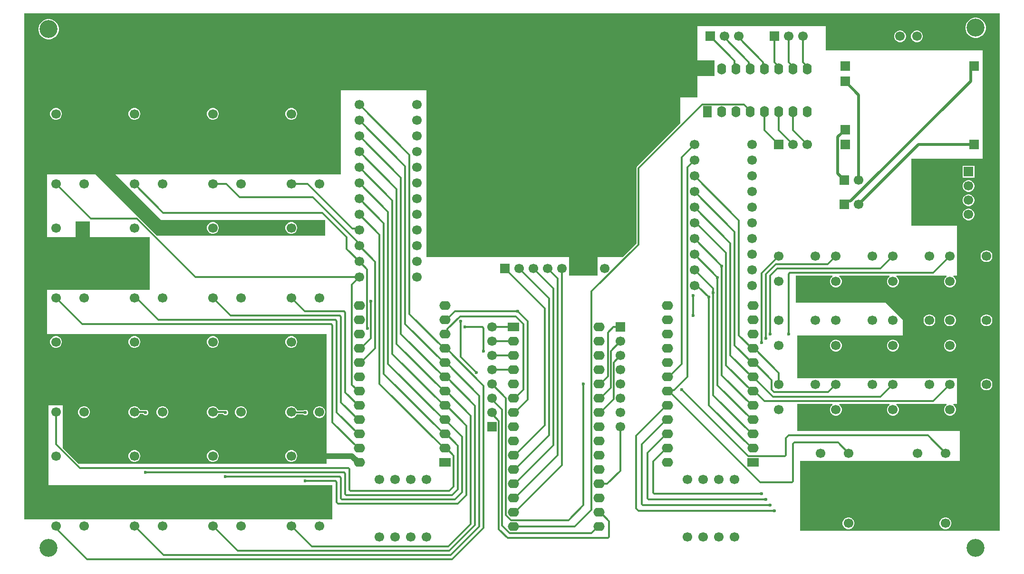
<source format=gbr>
%TF.GenerationSoftware,Altium Limited,Altium Designer,21.4.1 (30)*%
G04 Layer_Physical_Order=1*
G04 Layer_Color=255*
%FSLAX45Y45*%
%MOMM*%
%TF.SameCoordinates,DE4E361F-B2E7-428B-8DBD-4CB4FFEE74F0*%
%TF.FilePolarity,Positive*%
%TF.FileFunction,Copper,L1,Top,Signal*%
%TF.Part,Single*%
G01*
G75*
%TA.AperFunction,Conductor*%
%ADD10C,0.30000*%
%ADD11C,1.00000*%
%ADD12C,0.50000*%
%TA.AperFunction,ComponentPad*%
%ADD13R,1.60000X2.00000*%
%ADD14O,1.60000X2.00000*%
%ADD15R,2.00000X1.60000*%
%ADD16O,2.00000X1.60000*%
%ADD17R,1.70000X1.70000*%
%ADD18C,1.70000*%
%ADD19R,1.70000X1.70000*%
%ADD20C,3.20000*%
%TA.AperFunction,ViaPad*%
%ADD21C,0.60000*%
G36*
X30581601Y13817599D02*
X27025601D01*
Y15062199D01*
X29870401D01*
Y15595599D01*
X26974799D01*
Y16078200D01*
X27597513D01*
X27600916Y16065500D01*
X27595929Y16062621D01*
X27576379Y16043071D01*
X27562555Y16019128D01*
X27555399Y15992422D01*
Y15964777D01*
X27562555Y15938071D01*
X27576379Y15914128D01*
X27595929Y15894579D01*
X27619873Y15880756D01*
X27646576Y15873599D01*
X27674225D01*
X27700928Y15880756D01*
X27724872Y15894579D01*
X27744421Y15914128D01*
X27758243Y15938071D01*
X27765399Y15964777D01*
Y15992422D01*
X27758243Y16019128D01*
X27744421Y16043071D01*
X27724872Y16062621D01*
X27719885Y16065500D01*
X27723288Y16078200D01*
X28613513D01*
X28616916Y16065500D01*
X28611929Y16062621D01*
X28592380Y16043071D01*
X28578555Y16019128D01*
X28571399Y15992422D01*
Y15964777D01*
X28578555Y15938071D01*
X28592380Y15914128D01*
X28611929Y15894579D01*
X28635873Y15880756D01*
X28662576Y15873599D01*
X28690225D01*
X28716928Y15880756D01*
X28740872Y15894579D01*
X28760422Y15914128D01*
X28774243Y15938071D01*
X28781400Y15964777D01*
Y15992422D01*
X28774243Y16019128D01*
X28760422Y16043071D01*
X28740872Y16062621D01*
X28735883Y16065500D01*
X28739288Y16078200D01*
X29629514D01*
X29632916Y16065500D01*
X29627930Y16062621D01*
X29608380Y16043071D01*
X29594556Y16019128D01*
X29587399Y15992422D01*
Y15964777D01*
X29594556Y15938071D01*
X29608380Y15914128D01*
X29627930Y15894579D01*
X29651871Y15880756D01*
X29678577Y15873599D01*
X29706223D01*
X29732928Y15880756D01*
X29756870Y15894579D01*
X29776422Y15914128D01*
X29790244Y15938071D01*
X29797400Y15964777D01*
Y15992422D01*
X29790244Y16019128D01*
X29776422Y16043071D01*
X29756870Y16062621D01*
X29751883Y16065500D01*
X29755286Y16078200D01*
X29819601D01*
Y16535400D01*
X26974799D01*
Y17297400D01*
X28854401D01*
Y17576801D01*
X28549600Y17881599D01*
X26949399D01*
Y18364200D01*
X27597513D01*
X27600916Y18351500D01*
X27595929Y18348621D01*
X27576379Y18329071D01*
X27562555Y18305128D01*
X27555399Y18278423D01*
Y18250777D01*
X27562555Y18224071D01*
X27576379Y18200128D01*
X27595929Y18180579D01*
X27619873Y18166756D01*
X27646576Y18159599D01*
X27674225D01*
X27700928Y18166756D01*
X27724872Y18180579D01*
X27744421Y18200128D01*
X27758243Y18224071D01*
X27765399Y18250777D01*
Y18278423D01*
X27758243Y18305128D01*
X27744421Y18329071D01*
X27724872Y18348621D01*
X27719885Y18351500D01*
X27723288Y18364200D01*
X28613513D01*
X28616916Y18351500D01*
X28611929Y18348621D01*
X28592380Y18329071D01*
X28578555Y18305128D01*
X28571399Y18278423D01*
Y18250777D01*
X28578555Y18224071D01*
X28592380Y18200128D01*
X28611929Y18180579D01*
X28635873Y18166756D01*
X28662576Y18159599D01*
X28690225D01*
X28716928Y18166756D01*
X28740872Y18180579D01*
X28760422Y18200128D01*
X28774243Y18224071D01*
X28781400Y18250777D01*
Y18278423D01*
X28774243Y18305128D01*
X28760422Y18329071D01*
X28740872Y18348621D01*
X28735883Y18351500D01*
X28739288Y18364200D01*
X29629514D01*
X29632916Y18351500D01*
X29627930Y18348621D01*
X29608380Y18329071D01*
X29594556Y18305128D01*
X29587399Y18278423D01*
Y18250777D01*
X29594556Y18224071D01*
X29608380Y18200128D01*
X29627930Y18180579D01*
X29651871Y18166756D01*
X29678577Y18159599D01*
X29706223D01*
X29732928Y18166756D01*
X29756870Y18180579D01*
X29776422Y18200128D01*
X29790244Y18224071D01*
X29797400Y18250777D01*
Y18278423D01*
X29790244Y18305128D01*
X29776422Y18329071D01*
X29756870Y18348621D01*
X29751883Y18351500D01*
X29755286Y18364200D01*
X29819601D01*
Y19253200D01*
X29006799D01*
Y20447000D01*
X30276801D01*
Y22377400D01*
X27482800D01*
Y22809200D01*
X25196800D01*
Y22199600D01*
X25501601D01*
Y21920200D01*
X25196800D01*
Y21539200D01*
X24892000D01*
Y21386800D01*
Y21082565D01*
X24118272Y20308836D01*
X24110538Y20297260D01*
X24107822Y20283604D01*
Y18933981D01*
X23868237Y18694400D01*
X23418800D01*
Y18364200D01*
X22910800D01*
Y18694400D01*
X20370799D01*
Y21666200D01*
X18846800D01*
Y20167599D01*
X14833600D01*
X15646400Y19354800D01*
X18567400D01*
Y19075400D01*
X15570200D01*
X14478000Y20167599D01*
X13614400D01*
Y19050000D01*
X14122400D01*
Y19329401D01*
X14376401D01*
Y19050000D01*
X15443201D01*
Y18110201D01*
X13614400D01*
Y17322800D01*
X18592799D01*
Y15011400D01*
X14173199D01*
X13893800Y15290800D01*
Y16052800D01*
X13639799D01*
Y14630400D01*
X18694400D01*
Y14020799D01*
X13208000D01*
Y23037801D01*
X30581601D01*
Y13817599D01*
D02*
G37*
%LPC*%
G36*
X30167529Y22963800D02*
X30132071D01*
X30097296Y22956883D01*
X30064539Y22943314D01*
X30035056Y22923615D01*
X30009985Y22898543D01*
X29990286Y22869061D01*
X29976718Y22836304D01*
X29969800Y22801527D01*
Y22766072D01*
X29976718Y22731296D01*
X29990286Y22698538D01*
X30009985Y22669057D01*
X30035056Y22643985D01*
X30064539Y22624286D01*
X30097296Y22610716D01*
X30132071Y22603799D01*
X30167529D01*
X30202304Y22610716D01*
X30235062Y22624286D01*
X30264542Y22643985D01*
X30289615Y22669057D01*
X30309314Y22698538D01*
X30322882Y22731296D01*
X30329800Y22766072D01*
Y22801527D01*
X30322882Y22836304D01*
X30309314Y22869061D01*
X30289615Y22898543D01*
X30264542Y22923615D01*
X30235062Y22943314D01*
X30202304Y22956883D01*
X30167529Y22963800D01*
D02*
G37*
G36*
X13657529Y22938400D02*
X13622072D01*
X13587296Y22931483D01*
X13554538Y22917914D01*
X13525056Y22898215D01*
X13499985Y22873143D01*
X13480286Y22843661D01*
X13466718Y22810904D01*
X13459801Y22776128D01*
Y22740672D01*
X13466718Y22705896D01*
X13480286Y22673138D01*
X13499985Y22643657D01*
X13525056Y22618585D01*
X13554538Y22598886D01*
X13587296Y22585316D01*
X13622072Y22578400D01*
X13657529D01*
X13692303Y22585316D01*
X13725063Y22598886D01*
X13754543Y22618585D01*
X13779614Y22643657D01*
X13799313Y22673138D01*
X13812883Y22705896D01*
X13819800Y22740672D01*
Y22776128D01*
X13812883Y22810904D01*
X13799313Y22843661D01*
X13779614Y22873143D01*
X13754543Y22898215D01*
X13725063Y22917914D01*
X13692303Y22931483D01*
X13657529Y22938400D01*
D02*
G37*
G36*
X29117422Y22736400D02*
X29089777D01*
X29063071Y22729243D01*
X29039130Y22715421D01*
X29019580Y22695871D01*
X29005756Y22671928D01*
X28998599Y22645222D01*
Y22617577D01*
X29005756Y22590872D01*
X29019580Y22566930D01*
X29039130Y22547379D01*
X29063071Y22533556D01*
X29089777Y22526401D01*
X29117422D01*
X29144128Y22533556D01*
X29168073Y22547379D01*
X29187622Y22566930D01*
X29201443Y22590872D01*
X29208600Y22617577D01*
Y22645222D01*
X29201443Y22671928D01*
X29187622Y22695871D01*
X29168073Y22715421D01*
X29144128Y22729243D01*
X29117422Y22736400D01*
D02*
G37*
G36*
X28817422D02*
X28789777D01*
X28763071Y22729243D01*
X28739130Y22715421D01*
X28719580Y22695871D01*
X28705756Y22671928D01*
X28698599Y22645222D01*
Y22617577D01*
X28705756Y22590872D01*
X28719580Y22566930D01*
X28739130Y22547379D01*
X28763071Y22533556D01*
X28789777Y22526401D01*
X28817422D01*
X28844128Y22533556D01*
X28868073Y22547379D01*
X28887622Y22566930D01*
X28901443Y22590872D01*
X28908600Y22617577D01*
Y22645222D01*
X28901443Y22671928D01*
X28887622Y22695871D01*
X28868073Y22715421D01*
X28844128Y22729243D01*
X28817422Y22736400D01*
D02*
G37*
G36*
X17975623Y21354800D02*
X17947977D01*
X17921271Y21347644D01*
X17897330Y21333821D01*
X17877779Y21314272D01*
X17863956Y21290329D01*
X17856799Y21263623D01*
Y21235977D01*
X17863956Y21209271D01*
X17877779Y21185329D01*
X17897330Y21165779D01*
X17921271Y21151956D01*
X17947977Y21144800D01*
X17975623D01*
X18002328Y21151956D01*
X18026271Y21165779D01*
X18045821Y21185329D01*
X18059644Y21209271D01*
X18066800Y21235977D01*
Y21263623D01*
X18059644Y21290329D01*
X18045821Y21314272D01*
X18026271Y21333821D01*
X18002328Y21347644D01*
X17975623Y21354800D01*
D02*
G37*
G36*
X16578622D02*
X16550977D01*
X16524271Y21347644D01*
X16500330Y21333821D01*
X16480779Y21314272D01*
X16466956Y21290329D01*
X16459801Y21263623D01*
Y21235977D01*
X16466956Y21209271D01*
X16480779Y21185329D01*
X16500330Y21165779D01*
X16524271Y21151956D01*
X16550977Y21144800D01*
X16578622D01*
X16605328Y21151956D01*
X16629271Y21165779D01*
X16648820Y21185329D01*
X16662643Y21209271D01*
X16669800Y21235977D01*
Y21263623D01*
X16662643Y21290329D01*
X16648820Y21314272D01*
X16629271Y21333821D01*
X16605328Y21347644D01*
X16578622Y21354800D01*
D02*
G37*
G36*
X15181622D02*
X15153976D01*
X15127271Y21347644D01*
X15103329Y21333821D01*
X15083778Y21314272D01*
X15069955Y21290329D01*
X15062801Y21263623D01*
Y21235977D01*
X15069955Y21209271D01*
X15083778Y21185329D01*
X15103329Y21165779D01*
X15127271Y21151956D01*
X15153976Y21144800D01*
X15181622D01*
X15208328Y21151956D01*
X15232271Y21165779D01*
X15251820Y21185329D01*
X15265643Y21209271D01*
X15272800Y21235977D01*
Y21263623D01*
X15265643Y21290329D01*
X15251820Y21314272D01*
X15232271Y21333821D01*
X15208328Y21347644D01*
X15181622Y21354800D01*
D02*
G37*
G36*
X13784624D02*
X13756976D01*
X13730270Y21347644D01*
X13706329Y21333821D01*
X13686778Y21314272D01*
X13672955Y21290329D01*
X13665800Y21263623D01*
Y21235977D01*
X13672955Y21209271D01*
X13686778Y21185329D01*
X13706329Y21165779D01*
X13730270Y21151956D01*
X13756976Y21144800D01*
X13784624D01*
X13811328Y21151956D01*
X13835271Y21165779D01*
X13854820Y21185329D01*
X13868645Y21209271D01*
X13875800Y21235977D01*
Y21263623D01*
X13868645Y21290329D01*
X13854820Y21314272D01*
X13835271Y21333821D01*
X13811328Y21347644D01*
X13784624Y21354800D01*
D02*
G37*
G36*
X30127802Y20323399D02*
X29917801D01*
Y20113400D01*
X30127802D01*
Y20323399D01*
D02*
G37*
G36*
X30036624Y20069400D02*
X30008978D01*
X29982272Y20062244D01*
X29958328Y20048421D01*
X29938779Y20028871D01*
X29924957Y20004929D01*
X29917801Y19978223D01*
Y19950577D01*
X29924957Y19923872D01*
X29938779Y19899928D01*
X29958328Y19880379D01*
X29982272Y19866556D01*
X30008978Y19859399D01*
X30036624D01*
X30063327Y19866556D01*
X30087271Y19880379D01*
X30106821Y19899928D01*
X30120645Y19923872D01*
X30127802Y19950577D01*
Y19978223D01*
X30120645Y20004929D01*
X30106821Y20028871D01*
X30087271Y20048421D01*
X30063327Y20062244D01*
X30036624Y20069400D01*
D02*
G37*
G36*
Y19815401D02*
X30008978D01*
X29982272Y19808244D01*
X29958328Y19794421D01*
X29938779Y19774870D01*
X29924957Y19750928D01*
X29917801Y19724223D01*
Y19696577D01*
X29924957Y19669872D01*
X29938779Y19645929D01*
X29958328Y19626379D01*
X29982272Y19612556D01*
X30008978Y19605400D01*
X30036624D01*
X30063327Y19612556D01*
X30087271Y19626379D01*
X30106821Y19645929D01*
X30120645Y19669872D01*
X30127802Y19696577D01*
Y19724223D01*
X30120645Y19750928D01*
X30106821Y19774870D01*
X30087271Y19794421D01*
X30063327Y19808244D01*
X30036624Y19815401D01*
D02*
G37*
G36*
Y19561400D02*
X30008978D01*
X29982272Y19554243D01*
X29958328Y19540421D01*
X29938779Y19520871D01*
X29924957Y19496928D01*
X29917801Y19470222D01*
Y19442577D01*
X29924957Y19415872D01*
X29938779Y19391930D01*
X29958328Y19372379D01*
X29982272Y19358556D01*
X30008978Y19351401D01*
X30036624D01*
X30063327Y19358556D01*
X30087271Y19372379D01*
X30106821Y19391930D01*
X30120645Y19415872D01*
X30127802Y19442577D01*
Y19470222D01*
X30120645Y19496928D01*
X30106821Y19520871D01*
X30087271Y19540421D01*
X30063327Y19554243D01*
X30036624Y19561400D01*
D02*
G37*
G36*
X17975623Y19322800D02*
X17947977D01*
X17921271Y19315643D01*
X17897330Y19301820D01*
X17877779Y19282271D01*
X17863956Y19258328D01*
X17856799Y19231622D01*
Y19203976D01*
X17863956Y19177272D01*
X17877779Y19153329D01*
X17897330Y19133778D01*
X17921271Y19119955D01*
X17947977Y19112801D01*
X17975623D01*
X18002328Y19119955D01*
X18026271Y19133778D01*
X18045821Y19153329D01*
X18059644Y19177272D01*
X18066800Y19203976D01*
Y19231622D01*
X18059644Y19258328D01*
X18045821Y19282271D01*
X18026271Y19301820D01*
X18002328Y19315643D01*
X17975623Y19322800D01*
D02*
G37*
G36*
X16578622D02*
X16550977D01*
X16524271Y19315643D01*
X16500330Y19301820D01*
X16480779Y19282271D01*
X16466956Y19258328D01*
X16459801Y19231622D01*
Y19203976D01*
X16466956Y19177272D01*
X16480779Y19153329D01*
X16500330Y19133778D01*
X16524271Y19119955D01*
X16550977Y19112801D01*
X16578622D01*
X16605328Y19119955D01*
X16629271Y19133778D01*
X16648820Y19153329D01*
X16662643Y19177272D01*
X16669800Y19203976D01*
Y19231622D01*
X16662643Y19258328D01*
X16648820Y19282271D01*
X16629271Y19301820D01*
X16605328Y19315643D01*
X16578622Y19322800D01*
D02*
G37*
G36*
X30356223Y18819600D02*
X30328577D01*
X30301871Y18812444D01*
X30277930Y18798621D01*
X30258380Y18779071D01*
X30244556Y18755128D01*
X30237399Y18728423D01*
Y18700777D01*
X30244556Y18674071D01*
X30258380Y18650130D01*
X30277930Y18630579D01*
X30301871Y18616756D01*
X30328577Y18609599D01*
X30356223D01*
X30382928Y18616756D01*
X30406870Y18630579D01*
X30426422Y18650130D01*
X30440244Y18674071D01*
X30447400Y18700777D01*
Y18728423D01*
X30440244Y18755128D01*
X30426422Y18779071D01*
X30406870Y18798621D01*
X30382928Y18812444D01*
X30356223Y18819600D01*
D02*
G37*
G36*
Y17676601D02*
X30328577D01*
X30301871Y17669444D01*
X30277930Y17655621D01*
X30258380Y17636070D01*
X30244556Y17612128D01*
X30237399Y17585423D01*
Y17557776D01*
X30244556Y17531071D01*
X30258380Y17507129D01*
X30277930Y17487579D01*
X30301871Y17473756D01*
X30328577Y17466600D01*
X30356223D01*
X30382928Y17473756D01*
X30406870Y17487579D01*
X30426422Y17507129D01*
X30440244Y17531071D01*
X30447400Y17557776D01*
Y17585423D01*
X30440244Y17612128D01*
X30426422Y17636070D01*
X30406870Y17655621D01*
X30382928Y17669444D01*
X30356223Y17676601D01*
D02*
G37*
G36*
X29706223D02*
X29678577D01*
X29651871Y17669444D01*
X29627930Y17655621D01*
X29608380Y17636070D01*
X29594556Y17612128D01*
X29587399Y17585423D01*
Y17557776D01*
X29594556Y17531071D01*
X29608380Y17507129D01*
X29627930Y17487579D01*
X29651871Y17473756D01*
X29678577Y17466600D01*
X29706223D01*
X29732928Y17473756D01*
X29756870Y17487579D01*
X29776422Y17507129D01*
X29790244Y17531071D01*
X29797400Y17557776D01*
Y17585423D01*
X29790244Y17612128D01*
X29776422Y17636070D01*
X29756870Y17655621D01*
X29732928Y17669444D01*
X29706223Y17676601D01*
D02*
G37*
G36*
X29340225D02*
X29312576D01*
X29285873Y17669444D01*
X29261929Y17655621D01*
X29242380Y17636070D01*
X29228555Y17612128D01*
X29221399Y17585423D01*
Y17557776D01*
X29228555Y17531071D01*
X29242380Y17507129D01*
X29261929Y17487579D01*
X29285873Y17473756D01*
X29312576Y17466600D01*
X29340225D01*
X29366928Y17473756D01*
X29390872Y17487579D01*
X29410422Y17507129D01*
X29424243Y17531071D01*
X29431400Y17557776D01*
Y17585423D01*
X29424243Y17612128D01*
X29410422Y17636070D01*
X29390872Y17655621D01*
X29366928Y17669444D01*
X29340225Y17676601D01*
D02*
G37*
G36*
X17975623Y17290800D02*
X17947977D01*
X17921271Y17283644D01*
X17897330Y17269821D01*
X17877779Y17250272D01*
X17863956Y17226329D01*
X17856799Y17199623D01*
Y17171977D01*
X17863956Y17145271D01*
X17877779Y17121329D01*
X17897330Y17101779D01*
X17921271Y17087956D01*
X17947977Y17080800D01*
X17975623D01*
X18002328Y17087956D01*
X18026271Y17101779D01*
X18045821Y17121329D01*
X18059644Y17145271D01*
X18066800Y17171977D01*
Y17199623D01*
X18059644Y17226329D01*
X18045821Y17250272D01*
X18026271Y17269821D01*
X18002328Y17283644D01*
X17975623Y17290800D01*
D02*
G37*
G36*
X16578622D02*
X16550977D01*
X16524271Y17283644D01*
X16500330Y17269821D01*
X16480779Y17250272D01*
X16466956Y17226329D01*
X16459801Y17199623D01*
Y17171977D01*
X16466956Y17145271D01*
X16480779Y17121329D01*
X16500330Y17101779D01*
X16524271Y17087956D01*
X16550977Y17080800D01*
X16578622D01*
X16605328Y17087956D01*
X16629271Y17101779D01*
X16648820Y17121329D01*
X16662643Y17145271D01*
X16669800Y17171977D01*
Y17199623D01*
X16662643Y17226329D01*
X16648820Y17250272D01*
X16629271Y17269821D01*
X16605328Y17283644D01*
X16578622Y17290800D01*
D02*
G37*
G36*
X15181622D02*
X15153976D01*
X15127271Y17283644D01*
X15103329Y17269821D01*
X15083778Y17250272D01*
X15069955Y17226329D01*
X15062801Y17199623D01*
Y17171977D01*
X15069955Y17145271D01*
X15083778Y17121329D01*
X15103329Y17101779D01*
X15127271Y17087956D01*
X15153976Y17080800D01*
X15181622D01*
X15208328Y17087956D01*
X15232271Y17101779D01*
X15251820Y17121329D01*
X15265643Y17145271D01*
X15272800Y17171977D01*
Y17199623D01*
X15265643Y17226329D01*
X15251820Y17250272D01*
X15232271Y17269821D01*
X15208328Y17283644D01*
X15181622Y17290800D01*
D02*
G37*
G36*
X13784624D02*
X13756976D01*
X13730270Y17283644D01*
X13706329Y17269821D01*
X13686778Y17250272D01*
X13672955Y17226329D01*
X13665800Y17199623D01*
Y17171977D01*
X13672955Y17145271D01*
X13686778Y17121329D01*
X13706329Y17101779D01*
X13730270Y17087956D01*
X13756976Y17080800D01*
X13784624D01*
X13811328Y17087956D01*
X13835271Y17101779D01*
X13854820Y17121329D01*
X13868645Y17145271D01*
X13875800Y17171977D01*
Y17199623D01*
X13868645Y17226329D01*
X13854820Y17250272D01*
X13835271Y17269821D01*
X13811328Y17283644D01*
X13784624Y17290800D01*
D02*
G37*
G36*
X29706223Y17226601D02*
X29678577D01*
X29651871Y17219444D01*
X29627930Y17205620D01*
X29608380Y17186070D01*
X29594556Y17162128D01*
X29587399Y17135423D01*
Y17107776D01*
X29594556Y17081071D01*
X29608380Y17057127D01*
X29627930Y17037579D01*
X29651871Y17023756D01*
X29678577Y17016600D01*
X29706223D01*
X29732928Y17023756D01*
X29756870Y17037579D01*
X29776422Y17057127D01*
X29790244Y17081071D01*
X29797400Y17107776D01*
Y17135423D01*
X29790244Y17162128D01*
X29776422Y17186070D01*
X29756870Y17205620D01*
X29732928Y17219444D01*
X29706223Y17226601D01*
D02*
G37*
G36*
X28690225D02*
X28662576D01*
X28635873Y17219444D01*
X28611929Y17205620D01*
X28592380Y17186070D01*
X28578555Y17162128D01*
X28571399Y17135423D01*
Y17107776D01*
X28578555Y17081071D01*
X28592380Y17057127D01*
X28611929Y17037579D01*
X28635873Y17023756D01*
X28662576Y17016600D01*
X28690225D01*
X28716928Y17023756D01*
X28740872Y17037579D01*
X28760422Y17057127D01*
X28774243Y17081071D01*
X28781400Y17107776D01*
Y17135423D01*
X28774243Y17162128D01*
X28760422Y17186070D01*
X28740872Y17205620D01*
X28716928Y17219444D01*
X28690225Y17226601D01*
D02*
G37*
G36*
X27674225D02*
X27646576D01*
X27619873Y17219444D01*
X27595929Y17205620D01*
X27576379Y17186070D01*
X27562555Y17162128D01*
X27555399Y17135423D01*
Y17107776D01*
X27562555Y17081071D01*
X27576379Y17057127D01*
X27595929Y17037579D01*
X27619873Y17023756D01*
X27646576Y17016600D01*
X27674225D01*
X27700928Y17023756D01*
X27724872Y17037579D01*
X27744421Y17057127D01*
X27758243Y17081071D01*
X27765399Y17107776D01*
Y17135423D01*
X27758243Y17162128D01*
X27744421Y17186070D01*
X27724872Y17205620D01*
X27700928Y17219444D01*
X27674225Y17226601D01*
D02*
G37*
G36*
X30356223Y16533600D02*
X30328577D01*
X30301871Y16526443D01*
X30277930Y16512621D01*
X30258380Y16493071D01*
X30244556Y16469128D01*
X30237399Y16442422D01*
Y16414777D01*
X30244556Y16388071D01*
X30258380Y16364130D01*
X30277930Y16344579D01*
X30301871Y16330756D01*
X30328577Y16323599D01*
X30356223D01*
X30382928Y16330756D01*
X30406870Y16344579D01*
X30426422Y16364130D01*
X30440244Y16388071D01*
X30447400Y16414777D01*
Y16442422D01*
X30440244Y16469128D01*
X30426422Y16493071D01*
X30406870Y16512621D01*
X30382928Y16526443D01*
X30356223Y16533600D01*
D02*
G37*
G36*
X17975623Y16040800D02*
X17947977D01*
X17921271Y16033644D01*
X17897330Y16019821D01*
X17877779Y16000272D01*
X17863956Y15976328D01*
X17856799Y15949623D01*
Y15921977D01*
X17863956Y15895271D01*
X17877779Y15871329D01*
X17897330Y15851779D01*
X17921271Y15837956D01*
X17947977Y15830800D01*
X17975623D01*
X18002328Y15837956D01*
X18026271Y15851779D01*
X18045821Y15871329D01*
X18059554Y15895114D01*
X18171774D01*
X18183476Y15883412D01*
X18201854Y15875800D01*
X18221745D01*
X18240123Y15883412D01*
X18254189Y15897478D01*
X18261800Y15915854D01*
Y15935745D01*
X18254189Y15954123D01*
X18240123Y15968188D01*
X18221745Y15975800D01*
X18201854D01*
X18183476Y15968188D01*
X18181775Y15966486D01*
X18062280D01*
X18059644Y15976328D01*
X18045821Y16000272D01*
X18026271Y16019821D01*
X18002328Y16033644D01*
X17975623Y16040800D01*
D02*
G37*
G36*
X16578622D02*
X16550977D01*
X16524271Y16033644D01*
X16500330Y16019821D01*
X16480779Y16000272D01*
X16466956Y15976328D01*
X16459801Y15949623D01*
Y15921977D01*
X16466956Y15895271D01*
X16480779Y15871329D01*
X16500330Y15851779D01*
X16524271Y15837956D01*
X16550977Y15830800D01*
X16578622D01*
X16605328Y15837956D01*
X16629271Y15851779D01*
X16648820Y15871329D01*
X16662643Y15895271D01*
X16663942Y15900114D01*
X16745920D01*
X16747012Y15897478D01*
X16761076Y15883412D01*
X16779454Y15875800D01*
X16799345D01*
X16817723Y15883412D01*
X16831789Y15897478D01*
X16839400Y15915854D01*
Y15935745D01*
X16831789Y15954123D01*
X16817723Y15968188D01*
X16799345Y15975800D01*
X16779454D01*
X16769038Y15971486D01*
X16663942D01*
X16662643Y15976328D01*
X16648820Y16000272D01*
X16629271Y16019821D01*
X16605328Y16033644D01*
X16578622Y16040800D01*
D02*
G37*
G36*
X15181622D02*
X15153976D01*
X15127271Y16033644D01*
X15103329Y16019821D01*
X15083778Y16000272D01*
X15069955Y15976328D01*
X15062801Y15949623D01*
Y15921977D01*
X15069955Y15895271D01*
X15083778Y15871329D01*
X15103329Y15851779D01*
X15127271Y15837956D01*
X15153976Y15830800D01*
X15181622D01*
X15208328Y15837956D01*
X15232271Y15851779D01*
X15251820Y15871329D01*
X15265643Y15895271D01*
X15266942Y15900114D01*
X15323520D01*
X15324612Y15897478D01*
X15338676Y15883412D01*
X15357054Y15875800D01*
X15376945D01*
X15395323Y15883412D01*
X15409389Y15897478D01*
X15417000Y15915854D01*
Y15935745D01*
X15409389Y15954123D01*
X15395323Y15968188D01*
X15376945Y15975800D01*
X15357054D01*
X15346638Y15971486D01*
X15266942D01*
X15265643Y15976328D01*
X15251820Y16000272D01*
X15232271Y16019821D01*
X15208328Y16033644D01*
X15181622Y16040800D01*
D02*
G37*
G36*
X18475623D02*
X18447977D01*
X18421272Y16033644D01*
X18397330Y16019821D01*
X18377779Y16000272D01*
X18363956Y15976328D01*
X18356799Y15949623D01*
Y15921977D01*
X18363956Y15895271D01*
X18377779Y15871329D01*
X18397330Y15851779D01*
X18421272Y15837956D01*
X18447977Y15830800D01*
X18475623D01*
X18502328Y15837956D01*
X18526271Y15851779D01*
X18545821Y15871329D01*
X18559644Y15895271D01*
X18566800Y15921977D01*
Y15949623D01*
X18559644Y15976328D01*
X18545821Y16000272D01*
X18526271Y16019821D01*
X18502328Y16033644D01*
X18475623Y16040800D01*
D02*
G37*
G36*
X17078622D02*
X17050977D01*
X17024272Y16033644D01*
X17000330Y16019821D01*
X16980779Y16000272D01*
X16966956Y15976328D01*
X16959801Y15949623D01*
Y15921977D01*
X16966956Y15895271D01*
X16980779Y15871329D01*
X17000330Y15851779D01*
X17024272Y15837956D01*
X17050977Y15830800D01*
X17078622D01*
X17105328Y15837956D01*
X17129271Y15851779D01*
X17148820Y15871329D01*
X17162643Y15895271D01*
X17169800Y15921977D01*
Y15949623D01*
X17162643Y15976328D01*
X17148820Y16000272D01*
X17129271Y16019821D01*
X17105328Y16033644D01*
X17078622Y16040800D01*
D02*
G37*
G36*
X15681622D02*
X15653976D01*
X15627272Y16033644D01*
X15603329Y16019821D01*
X15583778Y16000272D01*
X15569955Y15976328D01*
X15562801Y15949623D01*
Y15921977D01*
X15569955Y15895271D01*
X15583778Y15871329D01*
X15603329Y15851779D01*
X15627272Y15837956D01*
X15653976Y15830800D01*
X15681622D01*
X15708328Y15837956D01*
X15732271Y15851779D01*
X15751820Y15871329D01*
X15765643Y15895271D01*
X15772800Y15921977D01*
Y15949623D01*
X15765643Y15976328D01*
X15751820Y16000272D01*
X15732271Y16019821D01*
X15708328Y16033644D01*
X15681622Y16040800D01*
D02*
G37*
G36*
X14284624D02*
X14256976D01*
X14230272Y16033644D01*
X14206329Y16019821D01*
X14186778Y16000272D01*
X14172955Y15976328D01*
X14165800Y15949623D01*
Y15921977D01*
X14172955Y15895271D01*
X14186778Y15871329D01*
X14206329Y15851779D01*
X14230272Y15837956D01*
X14256976Y15830800D01*
X14284624D01*
X14311330Y15837956D01*
X14335271Y15851779D01*
X14354820Y15871329D01*
X14368645Y15895271D01*
X14375800Y15921977D01*
Y15949623D01*
X14368645Y15976328D01*
X14354820Y16000272D01*
X14335271Y16019821D01*
X14311330Y16033644D01*
X14284624Y16040800D01*
D02*
G37*
G36*
X17975623Y15258800D02*
X17947977D01*
X17921271Y15251643D01*
X17897330Y15237820D01*
X17877779Y15218271D01*
X17863956Y15194328D01*
X17856799Y15167622D01*
Y15139977D01*
X17863956Y15113272D01*
X17877779Y15089330D01*
X17897330Y15069778D01*
X17921271Y15055956D01*
X17947977Y15048801D01*
X17975623D01*
X18002328Y15055956D01*
X18026271Y15069778D01*
X18045821Y15089330D01*
X18059644Y15113272D01*
X18066800Y15139977D01*
Y15167622D01*
X18059644Y15194328D01*
X18045821Y15218271D01*
X18026271Y15237820D01*
X18002328Y15251643D01*
X17975623Y15258800D01*
D02*
G37*
G36*
X16578622D02*
X16550977D01*
X16524271Y15251643D01*
X16500330Y15237820D01*
X16480779Y15218271D01*
X16466956Y15194328D01*
X16459801Y15167622D01*
Y15139977D01*
X16466956Y15113272D01*
X16480779Y15089330D01*
X16500330Y15069778D01*
X16524271Y15055956D01*
X16550977Y15048801D01*
X16578622D01*
X16605328Y15055956D01*
X16629271Y15069778D01*
X16648820Y15089330D01*
X16662643Y15113272D01*
X16669800Y15139977D01*
Y15167622D01*
X16662643Y15194328D01*
X16648820Y15218271D01*
X16629271Y15237820D01*
X16605328Y15251643D01*
X16578622Y15258800D01*
D02*
G37*
G36*
X15181622D02*
X15153976D01*
X15127271Y15251643D01*
X15103329Y15237820D01*
X15083778Y15218271D01*
X15069955Y15194328D01*
X15062801Y15167622D01*
Y15139977D01*
X15069955Y15113272D01*
X15083778Y15089330D01*
X15103329Y15069778D01*
X15127271Y15055956D01*
X15153976Y15048801D01*
X15181622D01*
X15208328Y15055956D01*
X15232271Y15069778D01*
X15251820Y15089330D01*
X15265643Y15113272D01*
X15272800Y15139977D01*
Y15167622D01*
X15265643Y15194328D01*
X15251820Y15218271D01*
X15232271Y15237820D01*
X15208328Y15251643D01*
X15181622Y15258800D01*
D02*
G37*
G36*
X29626224Y14059599D02*
X29598578D01*
X29571872Y14052444D01*
X29547928Y14038622D01*
X29528378Y14019070D01*
X29514557Y13995128D01*
X29507401Y13968423D01*
Y13940778D01*
X29514557Y13914072D01*
X29528378Y13890129D01*
X29547928Y13870580D01*
X29571872Y13856757D01*
X29598578Y13849600D01*
X29626224D01*
X29652930Y13856757D01*
X29676871Y13870580D01*
X29696420Y13890129D01*
X29710245Y13914072D01*
X29717401Y13940778D01*
Y13968423D01*
X29710245Y13995128D01*
X29696420Y14019070D01*
X29676871Y14038622D01*
X29652930Y14052444D01*
X29626224Y14059599D01*
D02*
G37*
G36*
X27899023D02*
X27871378D01*
X27844672Y14052444D01*
X27820728Y14038622D01*
X27801178Y14019070D01*
X27787357Y13995128D01*
X27780200Y13968423D01*
Y13940778D01*
X27787357Y13914072D01*
X27801178Y13890129D01*
X27820728Y13870580D01*
X27844672Y13856757D01*
X27871378Y13849600D01*
X27899023D01*
X27925729Y13856757D01*
X27949670Y13870580D01*
X27969220Y13890129D01*
X27983044Y13914072D01*
X27990201Y13940778D01*
Y13968423D01*
X27983044Y13995128D01*
X27969220Y14019070D01*
X27949670Y14038622D01*
X27925729Y14052444D01*
X27899023Y14059599D01*
D02*
G37*
%LPD*%
D10*
X25144000Y18745200D02*
X25552400Y18336800D01*
X21539200Y16154401D02*
X21717000Y15976601D01*
Y13914366D02*
Y15976601D01*
Y13914366D02*
X21852567Y13778799D01*
X23622000Y13708174D02*
Y13989999D01*
X23464200Y14147800D02*
X23622000Y13989999D01*
X21818600Y13690601D02*
X23604427D01*
X23622000Y13708174D01*
X21659277Y13849924D02*
X21818600Y13690601D01*
X21876566Y14008800D02*
X22898801D01*
X23164799Y14274800D01*
Y16434077D01*
X21940199Y14147800D02*
X22783800Y14991400D01*
X21940199Y14401801D02*
X22707600Y15169200D01*
X21940199Y14655800D02*
X22631400Y15347000D01*
X21940199Y14909801D02*
X22555200Y15524800D01*
X21940199Y15163800D02*
X22478999Y15702600D01*
Y17780000D01*
X22555200Y15524800D02*
Y17957800D01*
X22707600Y15169200D02*
Y18313400D01*
X22631400Y15347000D02*
Y18135600D01*
X22783800Y14991400D02*
Y18491200D01*
X18948399Y18844800D02*
X19175000Y18618201D01*
X18511147Y19487254D02*
X18948399Y19050000D01*
Y18844800D02*
Y19050000D01*
X26822400Y17322800D02*
Y18397426D01*
X26839975Y18414999D01*
X29392801D01*
X26416000Y17246600D02*
Y18389600D01*
X26593799Y18567400D01*
X27513199D01*
X19050000Y19202400D02*
X19149600D01*
X19175000Y19177000D01*
Y18618201D02*
X19312000Y18481200D01*
X15680345Y19487254D02*
X18511147D01*
X17043401Y19761200D02*
X18346848D01*
X19175000Y18933047D01*
Y18897600D02*
Y18933047D01*
X16564799Y19999800D02*
X16804800D01*
X17043401Y19761200D01*
X17961800Y19999800D02*
X18252600D01*
X18262537Y19989864D02*
X18262537D01*
X19050000Y19202400D01*
X18252600Y19999800D02*
X18262537Y19989864D01*
X15214600Y19380200D02*
X16256000Y18338800D01*
X13770799Y19999800D02*
X14390401Y19380200D01*
X15214600D01*
X16256000Y18338800D02*
X19175000D01*
X19312000Y17427600D02*
Y18481200D01*
Y17427600D02*
X19315199Y17424400D01*
X19177000Y16560800D02*
X19202400D01*
X19380200Y17252000D02*
Y17907001D01*
X19197000Y17068800D02*
X19380200Y17252000D01*
X19177000Y17068800D02*
X19197000D01*
X19175000Y18897600D02*
X19456400Y18616200D01*
Y17068800D02*
Y18616200D01*
X19202400Y16814799D02*
X19456400Y17068800D01*
X21386800Y17017999D02*
Y17432227D01*
X21056599Y17449800D02*
X21369226D01*
X21386800Y17432227D01*
X20980400Y16916400D02*
Y17551401D01*
Y16916400D02*
X21259801Y16637000D01*
X20969200Y17641800D02*
X21957698D01*
X20743988Y17416588D02*
X20969200Y17641800D01*
X20700999Y17322800D02*
X20743988Y17365788D01*
Y17416588D01*
X24917400Y20474400D02*
X25144000Y20700999D01*
X24917400Y16794800D02*
Y20474400D01*
X24683400Y16560800D02*
X24917400Y16794800D01*
X24663400Y16560800D02*
X24683400D01*
X25019000D02*
Y20296600D01*
X24683400Y16306799D02*
X24700987Y16324388D01*
X24782588D02*
X25019000Y16560800D01*
X24700987Y16324388D02*
X24782588D01*
X24663400Y16306799D02*
X24683400D01*
X26187399Y17068800D02*
X26207401D01*
X26644400Y16631799D01*
Y16428600D02*
Y16631799D01*
X26390601Y20955000D02*
X26644601Y20700999D01*
X26390601Y20955000D02*
Y21285201D01*
X26898599Y20955000D02*
Y21285201D01*
Y20955000D02*
X27152600Y20700999D01*
X26644601Y20955000D02*
Y21285201D01*
Y20955000D02*
X26898599Y20700999D01*
X25679401Y22606000D02*
Y22631400D01*
X26111725Y22072073D02*
X26136600Y22047200D01*
X26111725Y22072073D02*
Y22173674D01*
X25679401Y22606000D02*
X26111725Y22173674D01*
X25933401Y22606000D02*
Y22631400D01*
X26365726Y22072073D02*
X26390601Y22047200D01*
X26365726Y22072073D02*
Y22173674D01*
X25933401Y22606000D02*
X26365726Y22173674D01*
X25857727Y22072073D02*
Y22199074D01*
X25425400Y22631400D02*
X25857727Y22199074D01*
Y22072073D02*
X25882599Y22047200D01*
X27076401Y22167776D02*
Y22631400D01*
X27152600Y22047200D02*
Y22091576D01*
X27076401Y22167776D02*
X27152600Y22091576D01*
X26898599Y22047200D02*
Y22091576D01*
X26822400Y22167776D02*
Y22631400D01*
Y22167776D02*
X26898599Y22091576D01*
X26568399Y22167776D02*
X26644601Y22091576D01*
Y22047200D02*
Y22091576D01*
X26568399Y22167776D02*
Y22631400D01*
X25280103Y21420200D02*
X26021600D01*
X26136600Y21285201D02*
Y21305200D01*
X26021600Y21420200D02*
X26136600Y21305200D01*
X24143506Y20283604D02*
X25280103Y21420200D01*
X24143506Y18919202D02*
Y20283604D01*
X23309200Y18084894D02*
X24143506Y18919202D01*
X23309200Y14196091D02*
Y18084894D01*
X23006911Y13893800D02*
X23309200Y14196091D01*
X21920200Y13893800D02*
X23006911D01*
X19532600Y16439200D02*
Y19098801D01*
Y16439200D02*
X20681000Y15290800D01*
X19175000Y19456400D02*
X19532600Y19098801D01*
X19608800Y16617000D02*
Y19302000D01*
X19175000Y19735800D02*
X19608800Y19302000D01*
Y16617000D02*
X20681000Y15544800D01*
X19685001Y16794800D02*
X20681000Y15798801D01*
X19685001Y16794800D02*
Y19505200D01*
X19175000Y20015199D02*
X19685001Y19505200D01*
X19175000Y20294600D02*
X19761200Y19708400D01*
Y16972600D02*
X20681000Y16052800D01*
X19761200Y16972600D02*
Y19708400D01*
X19837399Y17150400D02*
X20681000Y16306799D01*
X19837399Y17150400D02*
Y19911600D01*
X19175000Y20574001D02*
X19837399Y19911600D01*
X19913600Y17328200D02*
Y20114799D01*
X19175000Y20853400D02*
X19913600Y20114799D01*
Y17328200D02*
X20681000Y16560800D01*
X19989799Y17506000D02*
Y20317999D01*
Y17506000D02*
X20681000Y16814799D01*
X19175000Y21132800D02*
X19989799Y20317999D01*
X20066000Y17683800D02*
Y20521201D01*
X19175000Y21412199D02*
X20066000Y20521201D01*
Y17683800D02*
X20681000Y17068800D01*
X19177000Y16814799D02*
X19202400D01*
X20681000Y16306799D02*
X20721001D01*
X20681000Y15798801D02*
X20700999D01*
X20681000Y16814799D02*
X20721001D01*
X20681000Y16560800D02*
X20721001D01*
X20681000Y17068800D02*
X20721001D01*
X20681000Y16052800D02*
X20721001D01*
X20681000Y15544800D02*
X20721001D01*
X19042000Y18205800D02*
X19175000Y18338800D01*
X19042000Y16421800D02*
Y18205800D01*
Y16421800D02*
X19157001Y16306799D01*
X19177000D01*
X15167799Y19999800D02*
X15680345Y19487254D01*
X20681000Y15290800D02*
X20721001D01*
X20873399Y17729201D02*
X21996400D01*
X22174200Y16159801D02*
Y17551401D01*
X21996400Y17729201D02*
X22174200Y17551401D01*
X20721001Y17576801D02*
X20873399Y17729201D01*
X22098000Y16337601D02*
Y17501497D01*
X21957698Y17641800D02*
X22098000Y17501497D01*
X21940199Y16179800D02*
X22098000Y16337601D01*
X21940199Y15925800D02*
X22174200Y16159801D01*
X21767799Y18491200D02*
X22478999Y17780000D01*
X22021800Y18491200D02*
X22555200Y17957800D01*
X22275800Y18491200D02*
X22631400Y18135600D01*
X22529800Y18491200D02*
X22707600Y18313400D01*
X24104601Y14216174D02*
Y15514000D01*
X24206200Y14292374D02*
Y15361600D01*
Y14292374D02*
X24223775Y14274800D01*
X24307800Y14393974D02*
X24325374Y14376401D01*
X24307800Y14393974D02*
Y15209200D01*
X24104601Y15514000D02*
X24643401Y16052800D01*
X24206200Y15361600D02*
X24643401Y15798801D01*
X24307800Y15209200D02*
X24643401Y15544800D01*
X24147574Y14173199D02*
X26568399D01*
X24104601Y14216174D02*
X24147574Y14173199D01*
X24325374Y14376401D02*
X26416000D01*
X24223775Y14274800D02*
X26492200D01*
X23702538Y16819138D02*
X23825200Y16941800D01*
X23702538Y16164137D02*
Y16819138D01*
X23600932Y16570532D02*
Y17355531D01*
X23695200Y17449800D01*
X21539200Y15900400D02*
Y15925800D01*
X21659277Y13849924D02*
Y15780322D01*
X21539200Y15900400D02*
X21659277Y15780322D01*
X23589200Y14655800D02*
X23825200Y14891800D01*
Y15671800D01*
X23652538Y17023138D02*
X23825200Y17195799D01*
X21539200Y16941800D02*
X21920200D01*
X21539200Y16433800D02*
X21785201Y16187801D01*
Y14100166D02*
Y16187801D01*
Y14100166D02*
X21876566Y14008800D01*
X21539200Y17449800D02*
X21920200D01*
X21539200Y17195799D02*
X21920200D01*
X21539200Y16687801D02*
X21920200D01*
Y14401801D02*
X21940199D01*
X23444200Y15925800D02*
X23464200D01*
X23702538Y16164137D01*
X21920200Y14909801D02*
X21940199D01*
X23444200Y14147800D02*
X23464200D01*
X23444200Y16433800D02*
X23464200D01*
X23600932Y16570532D01*
X21920200Y14147800D02*
X21940199D01*
X23444200Y16179800D02*
X23464200D01*
X23652538Y16368138D01*
Y17023138D01*
X21920200Y16179800D02*
X21940199D01*
X21920200Y14655800D02*
X21940199D01*
X21920200Y15163800D02*
X21940199D01*
X21920200Y15925800D02*
X21940199D01*
X23424200Y13893800D02*
X23444200D01*
X23309200Y13778799D02*
X23424200Y13893800D01*
X21852567Y13778799D02*
X23309200D01*
X23444200Y14655800D02*
X23589200D01*
X20700999Y17576801D02*
X20721001D01*
X21539200Y16154401D02*
Y16179800D01*
X23695200Y17449800D02*
X23825200D01*
X24643401Y15290800D02*
X24663400D01*
X24409399Y15056799D02*
X24643401Y15290800D01*
X24409399Y14495573D02*
X24426974Y14478000D01*
X26339801D01*
X24409399Y14495573D02*
Y15056799D01*
X18981625Y14937537D02*
X18999200Y14919963D01*
Y14546375D02*
Y14919963D01*
X14196263Y14937537D02*
X18981625D01*
X13770799Y15363000D02*
X14196263Y14937537D01*
X13770799Y15363000D02*
Y15935800D01*
X18905426Y14859000D02*
X18923000Y14841426D01*
X15367000Y14859000D02*
X18905426D01*
X18923000Y14470174D02*
Y14841426D01*
X18846800Y14393974D02*
Y14765227D01*
X18829227Y14782800D02*
X18846800Y14765227D01*
X16789400Y14782800D02*
X18829227D01*
X18753026Y14706599D02*
X18770599Y14689026D01*
Y14325600D02*
Y14689026D01*
X18211800Y14706599D02*
X18753026D01*
X25120599Y17653000D02*
Y18008600D01*
X21386800Y13873891D02*
Y16403000D01*
X20721001Y17068800D02*
X21386800Y16403000D01*
X29392801Y18414999D02*
X29692401Y18714600D01*
X29392801Y16128999D02*
X29692401Y16428600D01*
X26207401Y16306799D02*
X26385199Y16128999D01*
X29392801D01*
X28453000Y16205200D02*
X28676401Y16428600D01*
X26542999Y16205200D02*
X28453000D01*
X26187399Y16560800D02*
X26542999Y16205200D01*
X26492200Y18364200D02*
X26619199Y18491200D01*
X28453000D01*
X26492200Y17322800D02*
Y18364200D01*
X24643401Y16052800D02*
X24663400D01*
X24643401Y15798801D02*
X24663400D01*
X28453000Y18491200D02*
X28676401Y18714600D01*
X27513199Y18567400D02*
X27660400Y18714600D01*
X24643401Y15544800D02*
X24663400D01*
X26339801Y17170399D02*
Y18410001D01*
X26644400Y18714600D01*
X25476199Y18059399D02*
Y18135600D01*
Y16236000D02*
Y18059399D01*
X26555975Y16293826D02*
X27525626D01*
X27660400Y16428600D01*
X27660400D01*
X26517599Y16332201D02*
X26555975Y16293826D01*
X26207401Y16814799D02*
X26517599Y16504601D01*
Y16332201D02*
Y16504601D01*
X26187399Y16814799D02*
X26207401D01*
X26167401Y16560800D02*
X26187399D01*
X26167401Y16306799D02*
X26207401D01*
X26771600Y15169374D02*
Y15468600D01*
X26097800Y15151801D02*
X26754025D01*
X26771600Y15169374D01*
X24683400Y16306799D02*
X26309000Y14681200D01*
X26881027D01*
X24917400Y16332201D02*
X26097800Y15151801D01*
X26822400Y15519400D02*
X29297601D01*
X26771600Y15468600D02*
X26822400Y15519400D01*
X29297601D02*
X29612399Y15204601D01*
X26881027Y14681200D02*
X26898599Y14698775D01*
Y15367000D01*
X26923999Y15392400D01*
X27697400D01*
X27885199Y15204601D01*
X25400000Y16058200D02*
X26167401Y15290800D01*
X26187399D01*
X25400000Y16058200D02*
Y17983200D01*
X18694400Y15753400D02*
Y17483026D01*
X14238000Y17500600D02*
X18676826D01*
X18694400Y17483026D01*
X25144000Y20142200D02*
X25933401Y19352800D01*
Y17302800D02*
X26167401Y17068800D01*
X25933401Y17302800D02*
Y19352800D01*
X25857199Y17125000D02*
X26167401Y16814799D01*
X25144000Y19862801D02*
X25857199Y19149600D01*
Y17125000D02*
Y19149600D01*
X25781000Y16947200D02*
Y18946400D01*
Y16947200D02*
X26167401Y16560800D01*
X25144000Y19583400D02*
X25781000Y18946400D01*
X25704800Y16769400D02*
Y18770599D01*
X25171400Y19303999D02*
X25704800Y18770599D01*
Y16769400D02*
X26167401Y16306799D01*
X25628601Y16591600D02*
X26167401Y16052800D01*
X25628601Y16591600D02*
Y18539999D01*
X25144000Y19024600D02*
X25628601Y18539999D01*
X25552400Y16413800D02*
X26167401Y15798801D01*
X25552400Y16413800D02*
Y18336800D01*
X25476199Y16236000D02*
X26167401Y15544800D01*
X25146001Y18465800D02*
X25476199Y18135600D01*
X25223589Y18159612D02*
X25400000Y17983200D01*
X25170789Y18159612D02*
X25223589D01*
X25144000Y18186400D02*
X25170789Y18159612D01*
X26167401Y15544800D02*
X26187399D01*
X25144000Y18465800D02*
X25146001D01*
X26167401Y15798801D02*
X26187399D01*
X26167401Y16052800D02*
X26187399D01*
X25144000Y19303999D02*
X25171400D01*
X26167401Y16814799D02*
X26187399D01*
X26167401Y17068800D02*
X26187399D01*
X25019000Y20296600D02*
X25144000Y20421600D01*
X18923000Y16286800D02*
Y17711626D01*
X18200400Y17729201D02*
X18905426D01*
X18923000Y17711626D01*
Y16286800D02*
X19157001Y16052800D01*
X18829227Y17653000D02*
X18846800Y17635426D01*
Y16109000D02*
X19157001Y15798801D01*
X16879601Y17653000D02*
X18829227D01*
X18846800Y16109000D02*
Y17635426D01*
X18753026Y17576801D02*
X18770599Y17559225D01*
Y15931200D02*
X19157001Y15544800D01*
X18770599Y15931200D02*
Y17559225D01*
X15595599Y17576801D02*
X18753026D01*
X18694400Y15753400D02*
X19157001Y15290800D01*
X18796001Y14300200D02*
X20929601D01*
X18770599Y14325600D02*
X18796001Y14300200D01*
X19157001Y15544800D02*
X19177000D01*
X19157001Y15798801D02*
X19177000D01*
X19016774Y14528799D02*
X20777200D01*
X19157001Y16052800D02*
X19177000D01*
X19157001Y15290800D02*
X19177000D01*
X18999200Y14546375D02*
X19016774Y14528799D01*
X20853400Y14605000D02*
Y15158400D01*
X20777200Y14528799D02*
X20853400Y14605000D01*
X20721001Y15290800D02*
X20853400Y15158400D01*
X20721001Y15544800D02*
X20929601Y15336200D01*
X21157401Y13937790D02*
Y15870399D01*
X21234399Y13919200D02*
Y16047400D01*
X21310600Y13893800D02*
Y16225200D01*
X20721001Y16306799D02*
X21157401Y15870399D01*
X20700999Y15798801D02*
X21005800Y15494000D01*
X20721001Y16052800D02*
X21082001Y15691800D01*
X20929601Y14300200D02*
X21082001Y14452600D01*
X20929601Y14579601D02*
X20929874Y14579326D01*
X20878799Y14376401D02*
X21005800Y14503400D01*
X20828000Y14452600D02*
X20929874Y14554474D01*
Y14579326D01*
X20757809Y13538200D02*
X21157401Y13937790D01*
X20777200Y13462000D02*
X21234399Y13919200D01*
X21082001Y14452600D02*
Y15691800D01*
X21005800Y14503400D02*
Y15494000D01*
X20929601Y14579601D02*
Y15336200D01*
X20721001Y16560800D02*
X21234399Y16047400D01*
X20721001Y16814799D02*
X21310600Y16225200D01*
X17961800Y17967799D02*
X18200400Y17729201D01*
X17006599Y13462000D02*
X20777200D01*
X16564799Y13903799D02*
X17006599Y13462000D01*
X15167799Y17967799D02*
X15204601D01*
X15595599Y17576801D01*
X13770799Y17967799D02*
X14238000Y17500600D01*
X16564799Y17967799D02*
X16879601Y17653000D01*
X15685800Y13385800D02*
X20802600D01*
X15167799Y13903799D02*
X15685800Y13385800D01*
X14325600Y13309599D02*
X20822510D01*
X14224001Y13411200D02*
X14325600Y13309599D01*
X14224001Y13411200D02*
Y13411200D01*
X13813023Y13822176D02*
X14224001Y13411200D01*
X13813023Y13822176D02*
Y13823692D01*
X13770799Y13865916D02*
X13813023Y13823692D01*
X13770799Y13865916D02*
Y13903799D01*
X18327400Y13538200D02*
X20757809D01*
X17961800Y13903799D02*
X18327400Y13538200D01*
X20802600Y13385800D02*
X21310600Y13893800D01*
X20822510Y13309599D02*
X21386800Y13873891D01*
X18846800Y14393974D02*
X18864374Y14376401D01*
X20878799D01*
X18923000Y14470174D02*
X18940575Y14452600D01*
X20828000D01*
X16564799Y15935800D02*
X16771281D01*
X16781282Y15925800D01*
X16789400D01*
X18206799Y15930800D02*
X18211800Y15925800D01*
X17961800Y15935800D02*
X17966800Y15930800D01*
X18206799D01*
X15167799Y15935800D02*
X15348882D01*
X15358882Y15925800D02*
X15367000D01*
X15348882Y15935800D02*
X15358882Y15925800D01*
D11*
X18461800Y15153799D02*
X19039999D01*
X19157001Y15036800D01*
X19177000D01*
D12*
X27813000Y19634200D02*
X27873001Y19694200D01*
X27923801D01*
X30064401Y21834801D02*
Y22041000D01*
X27923801Y19694200D02*
X30064401Y21834801D01*
X28067001Y20066000D02*
Y21588400D01*
X27824399Y21831000D02*
X28067001Y21588400D01*
X29133801Y20700999D02*
X30124399D01*
X28067001Y19634200D02*
X29133801Y20700999D01*
X30124399D02*
X30124399Y20700999D01*
X30064401Y22041000D02*
X30124399Y22100999D01*
X27694400Y20184599D02*
X27813000Y20066000D01*
X27694400Y20841000D02*
X27824399Y20971001D01*
X27694400Y20184599D02*
Y20841000D01*
D13*
X25374600Y21285201D02*
D03*
D14*
X25628601D02*
D03*
X25882599D02*
D03*
X26136600D02*
D03*
X26390601D02*
D03*
X26644601D02*
D03*
X26898599D02*
D03*
X27152600D02*
D03*
X25374600Y22047200D02*
D03*
X25628601D02*
D03*
X25882599D02*
D03*
X26136600D02*
D03*
X26390601D02*
D03*
X26644601D02*
D03*
X26898599D02*
D03*
X27152600D02*
D03*
D15*
X21920200Y17449800D02*
D03*
X26187399Y15036800D02*
D03*
X20700999D02*
D03*
D16*
X21920200Y17195799D02*
D03*
Y16941800D02*
D03*
Y16687801D02*
D03*
Y16433800D02*
D03*
Y16179800D02*
D03*
Y15925800D02*
D03*
Y15671800D02*
D03*
Y15417799D02*
D03*
Y15163800D02*
D03*
Y14909801D02*
D03*
Y14655800D02*
D03*
Y14401801D02*
D03*
Y14147800D02*
D03*
Y13893800D02*
D03*
X23444200Y17449800D02*
D03*
Y17195799D02*
D03*
Y16941800D02*
D03*
Y16687801D02*
D03*
Y16433800D02*
D03*
Y16179800D02*
D03*
Y15925800D02*
D03*
Y15671800D02*
D03*
Y15417799D02*
D03*
Y15163800D02*
D03*
Y14909801D02*
D03*
Y14655800D02*
D03*
Y14401801D02*
D03*
Y14147800D02*
D03*
Y13893800D02*
D03*
X26187399Y15290800D02*
D03*
Y15544800D02*
D03*
Y15798801D02*
D03*
Y16052800D02*
D03*
Y16306799D02*
D03*
Y16560800D02*
D03*
Y16814799D02*
D03*
Y17068800D02*
D03*
Y17322800D02*
D03*
Y17576801D02*
D03*
Y17830800D02*
D03*
X24663400Y15036800D02*
D03*
Y15290800D02*
D03*
Y15544800D02*
D03*
Y15798801D02*
D03*
Y16052800D02*
D03*
Y16306799D02*
D03*
Y16560800D02*
D03*
Y16814799D02*
D03*
Y17068800D02*
D03*
Y17322800D02*
D03*
Y17576801D02*
D03*
Y17830800D02*
D03*
X19177000D02*
D03*
Y17576801D02*
D03*
Y17322800D02*
D03*
Y17068800D02*
D03*
Y16814799D02*
D03*
Y16560800D02*
D03*
Y16306799D02*
D03*
Y16052800D02*
D03*
Y15798801D02*
D03*
Y15544800D02*
D03*
Y15290800D02*
D03*
Y15036800D02*
D03*
X20700999Y17830800D02*
D03*
Y17576801D02*
D03*
Y17322800D02*
D03*
Y17068800D02*
D03*
Y16814799D02*
D03*
Y16560800D02*
D03*
Y16306799D02*
D03*
Y16052800D02*
D03*
Y15798801D02*
D03*
Y15544800D02*
D03*
Y15290800D02*
D03*
D17*
X25425400Y22631400D02*
D03*
X26644601Y20700999D02*
D03*
X26568399Y22631400D02*
D03*
X27813000Y19634200D02*
D03*
X21767799Y18491200D02*
D03*
X17064799Y17185800D02*
D03*
X14270799Y15153799D02*
D03*
X15667799D02*
D03*
X17064799D02*
D03*
X18461800D02*
D03*
X14270799Y17185800D02*
D03*
X15667799D02*
D03*
X18461800D02*
D03*
X14270799Y19217799D02*
D03*
X15667799D02*
D03*
X17064799D02*
D03*
X18461800D02*
D03*
X14270799Y21249800D02*
D03*
X15667799D02*
D03*
X17064799D02*
D03*
X18461800D02*
D03*
X27385199Y13954601D02*
D03*
X29112399D02*
D03*
X27294400Y15978600D02*
D03*
X28310400D02*
D03*
X29326401D02*
D03*
X30342401D02*
D03*
X27294400Y17121600D02*
D03*
X28310400D02*
D03*
X29326401D02*
D03*
X30342401D02*
D03*
X27294400Y18264600D02*
D03*
X28310400D02*
D03*
X29326401D02*
D03*
X30342401D02*
D03*
X28503601Y22631400D02*
D03*
X27813000Y20066000D02*
D03*
D18*
X25679401Y22631400D02*
D03*
X25933401D02*
D03*
X26898599Y20700999D02*
D03*
X27152600D02*
D03*
X26822400Y22631400D02*
D03*
X27076401D02*
D03*
X28067001Y19634200D02*
D03*
X26164001Y18745200D02*
D03*
X25144000D02*
D03*
Y19303999D02*
D03*
X26164001D02*
D03*
Y18186400D02*
D03*
X25144000D02*
D03*
Y19024600D02*
D03*
X26164001D02*
D03*
X25144000Y18465800D02*
D03*
X26164001D02*
D03*
Y19583400D02*
D03*
X25144000D02*
D03*
Y19862801D02*
D03*
X26164001D02*
D03*
Y20142200D02*
D03*
X25144000D02*
D03*
X26164001Y20421600D02*
D03*
X25144000D02*
D03*
Y20700999D02*
D03*
X26164001D02*
D03*
X23545799Y18491200D02*
D03*
X23291800D02*
D03*
X23037801D02*
D03*
X22783800D02*
D03*
X22529800D02*
D03*
X22275800D02*
D03*
X22021800D02*
D03*
X23825200Y15671800D02*
D03*
Y15925800D02*
D03*
Y16179800D02*
D03*
Y16433800D02*
D03*
Y16687801D02*
D03*
Y16941800D02*
D03*
Y17195799D02*
D03*
X25577800Y13714000D02*
D03*
Y14734000D02*
D03*
X25019000Y13714000D02*
D03*
Y14734000D02*
D03*
X25298399D02*
D03*
Y13714000D02*
D03*
X25857199Y14734000D02*
D03*
Y13714000D02*
D03*
X20195000Y21412199D02*
D03*
X19175000D02*
D03*
X20370799Y14734000D02*
D03*
Y13714000D02*
D03*
X19812000Y14734000D02*
D03*
Y13714000D02*
D03*
X20091400D02*
D03*
Y14734000D02*
D03*
X21539200Y17449800D02*
D03*
Y17195799D02*
D03*
Y16941800D02*
D03*
Y16687801D02*
D03*
Y16433800D02*
D03*
Y16179800D02*
D03*
Y15925800D02*
D03*
X20195000Y18338800D02*
D03*
X19175000D02*
D03*
Y20294600D02*
D03*
X20195000D02*
D03*
X19175000Y19177000D02*
D03*
X20195000D02*
D03*
X19175000Y18618201D02*
D03*
X20195000D02*
D03*
X19175000Y21132800D02*
D03*
X20195000D02*
D03*
Y18897600D02*
D03*
X19175000D02*
D03*
Y20574001D02*
D03*
X20195000D02*
D03*
X19175000Y19735800D02*
D03*
X20195000D02*
D03*
Y20015199D02*
D03*
X19175000D02*
D03*
X20195000Y19456400D02*
D03*
X19175000D02*
D03*
X20195000Y20853400D02*
D03*
X19175000D02*
D03*
X19532600Y13714000D02*
D03*
Y14734000D02*
D03*
X16564799Y17185800D02*
D03*
X17064799Y15935800D02*
D03*
X16564799D02*
D03*
X13770799Y13903799D02*
D03*
X14270799D02*
D03*
X13770799Y15153799D02*
D03*
X15167799D02*
D03*
X15667799Y13903799D02*
D03*
X15167799D02*
D03*
X16564799D02*
D03*
X17064799D02*
D03*
X16564799Y15153799D02*
D03*
X17961800D02*
D03*
X18461800Y13903799D02*
D03*
X17961800D02*
D03*
X13770799Y15935800D02*
D03*
X14270799D02*
D03*
X13770799Y17185800D02*
D03*
X15167799D02*
D03*
X15667799Y15935800D02*
D03*
X15167799D02*
D03*
X17961800Y17185800D02*
D03*
X18461800Y15935800D02*
D03*
X17961800D02*
D03*
X13770799Y17967799D02*
D03*
X14270799D02*
D03*
X13770799Y19217799D02*
D03*
X15167799D02*
D03*
X15667799Y17967799D02*
D03*
X15167799D02*
D03*
X16564799D02*
D03*
X17064799D02*
D03*
X16564799Y19217799D02*
D03*
X17961800D02*
D03*
X18461800Y17967799D02*
D03*
X17961800D02*
D03*
X13770799Y19999800D02*
D03*
X14270799D02*
D03*
X13770799Y21249800D02*
D03*
X15167799D02*
D03*
X15667799Y19999800D02*
D03*
X15167799D02*
D03*
X16564799D02*
D03*
X17064799D02*
D03*
X16564799Y21249800D02*
D03*
X17961800D02*
D03*
X18461800Y19999800D02*
D03*
X17961800D02*
D03*
X27885199Y15204601D02*
D03*
X27385199D02*
D03*
X27885199Y13954601D02*
D03*
X29612399D02*
D03*
X29112399Y15204601D02*
D03*
X29612399D02*
D03*
X27294400Y16428600D02*
D03*
X26644400D02*
D03*
Y15978600D02*
D03*
X27660400D02*
D03*
Y16428600D02*
D03*
X28310400D02*
D03*
X29326401D02*
D03*
X28676401D02*
D03*
Y15978600D02*
D03*
X29692401D02*
D03*
Y16428600D02*
D03*
X30342401D02*
D03*
X27294400Y17571600D02*
D03*
X26644400D02*
D03*
Y17121600D02*
D03*
X27660400D02*
D03*
Y17571600D02*
D03*
X28310400D02*
D03*
X29326401D02*
D03*
X28676401D02*
D03*
Y17121600D02*
D03*
X29692401D02*
D03*
Y17571600D02*
D03*
X30342401D02*
D03*
X27294400Y18714600D02*
D03*
X26644400D02*
D03*
Y18264600D02*
D03*
X27660400D02*
D03*
Y18714600D02*
D03*
X28310400D02*
D03*
X29326401D02*
D03*
X28676401D02*
D03*
Y18264600D02*
D03*
X29692401D02*
D03*
Y18714600D02*
D03*
X30342401D02*
D03*
X29103601Y22631400D02*
D03*
X28803601D02*
D03*
X30022800Y19964400D02*
D03*
Y19456400D02*
D03*
Y19710400D02*
D03*
X29489401D02*
D03*
Y19456400D02*
D03*
Y19964400D02*
D03*
X28067001Y20066000D02*
D03*
D19*
X23825200Y17449800D02*
D03*
X21539200Y15671800D02*
D03*
X30124399Y20700999D02*
D03*
X27824399Y22100999D02*
D03*
X30124399D02*
D03*
X27824399Y21831000D02*
D03*
Y20700999D02*
D03*
Y20971001D02*
D03*
X30022800Y20218401D02*
D03*
X29489401D02*
D03*
D20*
X30149799Y22783800D02*
D03*
X30149799Y13512804D02*
D03*
X13639799Y22758400D02*
D03*
Y13512801D02*
D03*
D21*
X19315199Y17424400D02*
D03*
X19380200Y17907001D02*
D03*
X21056599Y17449800D02*
D03*
X20980400Y17551401D02*
D03*
X21996400Y17729201D02*
D03*
X26568399Y14173199D02*
D03*
X26339801Y14478000D02*
D03*
X26416000Y14376401D02*
D03*
X15367000Y14859000D02*
D03*
X16789400Y14782800D02*
D03*
X18211800Y14706599D02*
D03*
X21259801Y16637000D02*
D03*
X21386800Y17017999D02*
D03*
X25120599Y18008600D02*
D03*
Y17653000D02*
D03*
X23164799Y16434077D02*
D03*
X26822400Y17322800D02*
D03*
X26492200D02*
D03*
Y14274800D02*
D03*
X26416000Y17246600D02*
D03*
X26339801Y17170399D02*
D03*
X25628601Y18539999D02*
D03*
X25552400Y18336800D02*
D03*
X25476199Y18059399D02*
D03*
X25400000Y17983200D02*
D03*
X24917400Y16332201D02*
D03*
X16789400Y15925800D02*
D03*
X18211800D02*
D03*
X15367000D02*
D03*
%TF.MD5,b191a0802bc60bab0357046693914e1b*%
M02*

</source>
